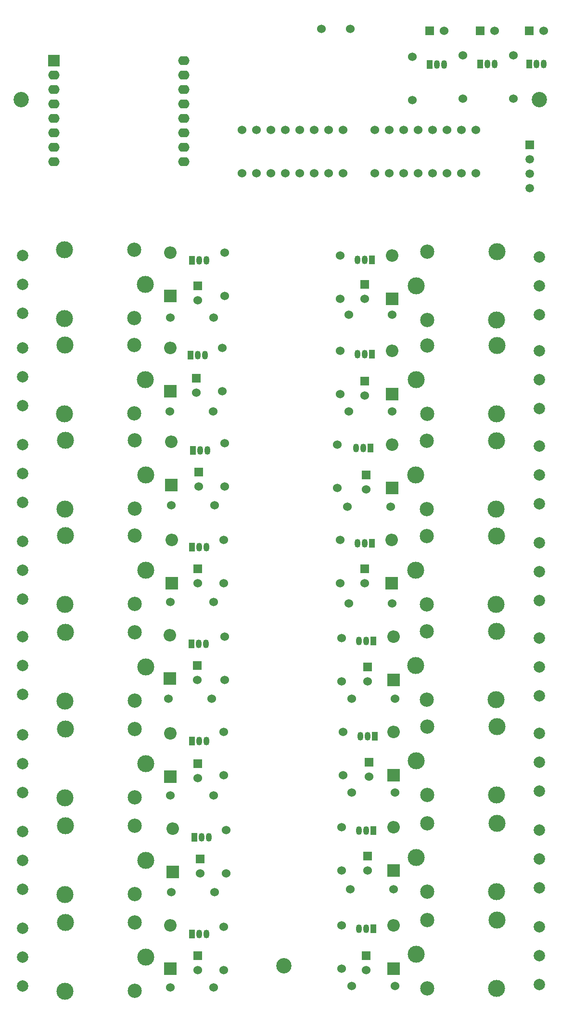
<source format=gbs>
G04 #@! TF.GenerationSoftware,KiCad,Pcbnew,6.0.7-1.fc35*
G04 #@! TF.CreationDate,2022-08-15T15:05:26+05:30*
G04 #@! TF.ProjectId,16_channel_relay,31365f63-6861-46e6-9e65-6c5f72656c61,rev?*
G04 #@! TF.SameCoordinates,Original*
G04 #@! TF.FileFunction,Soldermask,Bot*
G04 #@! TF.FilePolarity,Negative*
%FSLAX46Y46*%
G04 Gerber Fmt 4.6, Leading zero omitted, Abs format (unit mm)*
G04 Created by KiCad (PCBNEW 6.0.7-1.fc35) date 2022-08-15 15:05:26*
%MOMM*%
%LPD*%
G01*
G04 APERTURE LIST*
%ADD10C,1.524000*%
%ADD11R,1.050000X1.500000*%
%ADD12O,1.050000X1.500000*%
%ADD13R,1.524000X1.524000*%
%ADD14C,3.000000*%
%ADD15C,2.500000*%
%ADD16R,2.200000X2.200000*%
%ADD17O,2.200000X2.200000*%
%ADD18C,2.000000*%
%ADD19R,2.000000X2.000000*%
%ADD20O,2.000000X1.600000*%
%ADD21C,2.700000*%
%ADD22R,1.500000X1.500000*%
%ADD23C,1.500000*%
G04 APERTURE END LIST*
D10*
X70866000Y-18542000D03*
X75946000Y-18542000D03*
D11*
X48124000Y-143870000D03*
D12*
X49394000Y-143870000D03*
X50664000Y-143870000D03*
D11*
X79502000Y-92350000D03*
D12*
X78232000Y-92350000D03*
X76962000Y-92350000D03*
D13*
X78740000Y-97028000D03*
D10*
X78740000Y-99568000D03*
D14*
X39996000Y-164846000D03*
D15*
X38046000Y-158796000D03*
D14*
X25846000Y-158796000D03*
X25796000Y-170846000D03*
D15*
X38046000Y-170796000D03*
D11*
X48142000Y-177800000D03*
D12*
X49412000Y-177800000D03*
X50682000Y-177800000D03*
D13*
X49122000Y-113538000D03*
D10*
X49122000Y-116078000D03*
D16*
X83241200Y-116088800D03*
D17*
X83241200Y-108468800D03*
D14*
X39996000Y-113792000D03*
D15*
X38046000Y-107742000D03*
D14*
X25846000Y-107742000D03*
X25796000Y-119792000D03*
D15*
X38046000Y-119742000D03*
D10*
X73660000Y-99314000D03*
X73660000Y-91694000D03*
D16*
X44178000Y-132852800D03*
D17*
X44178000Y-125232800D03*
D13*
X49148000Y-63754000D03*
D10*
X49148000Y-66294000D03*
D18*
X18288000Y-91694000D03*
X18288000Y-96774000D03*
X18288000Y-101854000D03*
D10*
X83058000Y-102616000D03*
X75438000Y-102616000D03*
X86868000Y-23474000D03*
X86868000Y-31094000D03*
X83312000Y-119634000D03*
X75692000Y-119634000D03*
X56896000Y-36322000D03*
X59436000Y-36322000D03*
X61976000Y-36322000D03*
X64516000Y-36322000D03*
X67056000Y-36322000D03*
X69596000Y-36322000D03*
X72136000Y-36322000D03*
X74676000Y-36322000D03*
X74676000Y-43942000D03*
X72136000Y-43942000D03*
X69596000Y-43942000D03*
X67056000Y-43942000D03*
X64516000Y-43942000D03*
X59436000Y-43942000D03*
X61976000Y-43942000D03*
X56896000Y-43942000D03*
X74735000Y-149860000D03*
X74735000Y-142240000D03*
D18*
X109279000Y-169672000D03*
X109279000Y-164592000D03*
X109279000Y-159512000D03*
D10*
X83371000Y-68834000D03*
X75751000Y-68834000D03*
D14*
X87571000Y-80264000D03*
D15*
X89521000Y-86314000D03*
D14*
X101721000Y-86314000D03*
X101771000Y-74264000D03*
D15*
X89521000Y-74314000D03*
D10*
X74481000Y-166624000D03*
X74481000Y-159004000D03*
X53730000Y-176530000D03*
X53730000Y-184150000D03*
X83820000Y-136398000D03*
X76200000Y-136398000D03*
D18*
X109279000Y-68834000D03*
X109279000Y-63754000D03*
X109279000Y-58674000D03*
X109220000Y-135890000D03*
X109220000Y-130810000D03*
X109220000Y-125730000D03*
D16*
X44332000Y-183906800D03*
D17*
X44332000Y-176286800D03*
D14*
X87512000Y-97028000D03*
D15*
X89462000Y-103078000D03*
D14*
X101662000Y-103078000D03*
X101712000Y-91028000D03*
D15*
X89462000Y-91078000D03*
D13*
X49276000Y-96520000D03*
D10*
X49276000Y-99060000D03*
D11*
X89916000Y-24850000D03*
D12*
X91186000Y-24850000D03*
X92456000Y-24850000D03*
D18*
X18288000Y-159766000D03*
X18288000Y-164846000D03*
X18288000Y-169926000D03*
D16*
X44322000Y-65542800D03*
D17*
X44322000Y-57922800D03*
D13*
X49004000Y-130556000D03*
D10*
X49004000Y-133096000D03*
X51544000Y-136398000D03*
X43924000Y-136398000D03*
X74422000Y-133350000D03*
X74422000Y-125730000D03*
D14*
X87571000Y-181356000D03*
D15*
X89521000Y-187406000D03*
D14*
X101721000Y-187406000D03*
X101771000Y-175356000D03*
D15*
X89521000Y-175406000D03*
D11*
X80010000Y-126238000D03*
D12*
X78740000Y-126238000D03*
X77470000Y-126238000D03*
D13*
X89916000Y-18902000D03*
D10*
X92456000Y-18902000D03*
X53466000Y-74676000D03*
X53466000Y-82296000D03*
D13*
X49140000Y-147828000D03*
D10*
X49140000Y-150368000D03*
D11*
X80069000Y-176932000D03*
D12*
X78799000Y-176932000D03*
X77529000Y-176932000D03*
D18*
X109220000Y-119126000D03*
X109220000Y-114046000D03*
X109220000Y-108966000D03*
D19*
X23853000Y-24130000D03*
D20*
X23853000Y-26670000D03*
X23853000Y-29210000D03*
X23853000Y-31750000D03*
X23853000Y-34290000D03*
X23853000Y-36830000D03*
X23853000Y-39370000D03*
X23853000Y-41910000D03*
X46713000Y-41910000D03*
X46713000Y-39370000D03*
X46713000Y-36830000D03*
X46713000Y-34290000D03*
X46713000Y-31750000D03*
X46713000Y-29210000D03*
X46713000Y-26670000D03*
X46713000Y-24130000D03*
D18*
X18288000Y-74676000D03*
X18288000Y-79756000D03*
X18288000Y-84836000D03*
D13*
X78486000Y-113538000D03*
D10*
X78486000Y-116078000D03*
D21*
X109220000Y-30988000D03*
D10*
X95758000Y-23262000D03*
X95758000Y-30882000D03*
D18*
X18288000Y-142748000D03*
X18288000Y-147828000D03*
X18288000Y-152908000D03*
D16*
X44314000Y-150124800D03*
D17*
X44314000Y-142504800D03*
D10*
X74168000Y-116078000D03*
X74168000Y-108458000D03*
D13*
X78799000Y-181610000D03*
D10*
X78799000Y-184150000D03*
D13*
X78545000Y-63500000D03*
D10*
X78545000Y-66040000D03*
X51916000Y-119380000D03*
X44296000Y-119380000D03*
X53694000Y-108458000D03*
X53694000Y-116078000D03*
X51806000Y-85852000D03*
X44186000Y-85852000D03*
D16*
X83371000Y-66050800D03*
D17*
X83371000Y-58430800D03*
D14*
X39886000Y-80264000D03*
D15*
X37936000Y-74214000D03*
D14*
X25736000Y-74214000D03*
X25686000Y-86264000D03*
D15*
X37936000Y-86214000D03*
D14*
X39996000Y-130810000D03*
D15*
X38046000Y-124760000D03*
D14*
X25846000Y-124760000D03*
X25796000Y-136810000D03*
D15*
X38046000Y-136760000D03*
D11*
X98806000Y-24744000D03*
D12*
X100076000Y-24744000D03*
X101346000Y-24744000D03*
D16*
X44450000Y-98816800D03*
D17*
X44450000Y-91196800D03*
D10*
X53712000Y-142240000D03*
X53712000Y-149860000D03*
D14*
X39996000Y-97028000D03*
D15*
X38046000Y-90978000D03*
D14*
X25846000Y-90978000D03*
X25796000Y-103028000D03*
D15*
X38046000Y-102978000D03*
D13*
X49158000Y-181610000D03*
D10*
X49158000Y-184150000D03*
D18*
X109220000Y-102108000D03*
X109220000Y-97028000D03*
X109220000Y-91948000D03*
D16*
X83300200Y-82814800D03*
D17*
X83300200Y-75194800D03*
D11*
X80323000Y-143002000D03*
D12*
X79053000Y-143002000D03*
X77783000Y-143002000D03*
D18*
X109279000Y-85344000D03*
X109279000Y-80264000D03*
X109279000Y-75184000D03*
D14*
X87571000Y-147320000D03*
D15*
X89521000Y-153370000D03*
D14*
X101721000Y-153370000D03*
X101771000Y-141320000D03*
D15*
X89521000Y-141370000D03*
D10*
X83879000Y-186944000D03*
X76259000Y-186944000D03*
D11*
X107442000Y-24744000D03*
D12*
X108712000Y-24744000D03*
X109982000Y-24744000D03*
D21*
X64262000Y-183388000D03*
D14*
X87512000Y-113792000D03*
D15*
X89462000Y-119842000D03*
D14*
X101662000Y-119842000D03*
X101712000Y-107792000D03*
D15*
X89462000Y-107842000D03*
D13*
X98806000Y-18902000D03*
D10*
X101346000Y-18902000D03*
X53848000Y-91440000D03*
X53848000Y-99060000D03*
D11*
X48106000Y-109728000D03*
D12*
X49376000Y-109728000D03*
X50646000Y-109728000D03*
D18*
X18270000Y-125476000D03*
X18270000Y-130556000D03*
X18270000Y-135636000D03*
D10*
X53830000Y-125476000D03*
X53830000Y-133096000D03*
D13*
X78545000Y-80518000D03*
D10*
X78545000Y-83058000D03*
X104648000Y-23220000D03*
X104648000Y-30840000D03*
X83879000Y-152908000D03*
X76259000Y-152908000D03*
D11*
X48260000Y-92710000D03*
D12*
X49530000Y-92710000D03*
X50800000Y-92710000D03*
D10*
X51942000Y-69342000D03*
X44322000Y-69342000D03*
X51916000Y-153416000D03*
X44296000Y-153416000D03*
D16*
X83625000Y-166634800D03*
D17*
X83625000Y-159014800D03*
D11*
X79815000Y-75840000D03*
D12*
X78545000Y-75840000D03*
X77275000Y-75840000D03*
D10*
X74481000Y-183896000D03*
X74481000Y-176276000D03*
D13*
X48894000Y-80010000D03*
D10*
X48894000Y-82550000D03*
D18*
X18288000Y-176784000D03*
X18288000Y-181864000D03*
X18288000Y-186944000D03*
D14*
X39996000Y-181864000D03*
D15*
X38046000Y-175814000D03*
D14*
X25846000Y-175814000D03*
X25796000Y-187864000D03*
D15*
X38046000Y-187814000D03*
D11*
X48132000Y-59288000D03*
D12*
X49402000Y-59288000D03*
X50672000Y-59288000D03*
D14*
X39868000Y-63500000D03*
D15*
X37918000Y-57450000D03*
D14*
X25718000Y-57450000D03*
X25668000Y-69500000D03*
D15*
X37918000Y-69450000D03*
D10*
X53847000Y-57912000D03*
X53847000Y-65532000D03*
D16*
X83625000Y-183906800D03*
D17*
X83625000Y-176286800D03*
D13*
X79307000Y-147574000D03*
D10*
X79307000Y-150114000D03*
D18*
X109279000Y-152654000D03*
X109279000Y-147574000D03*
X109279000Y-142494000D03*
X109279000Y-186690000D03*
X109279000Y-181610000D03*
X109279000Y-176530000D03*
D10*
X83371000Y-85852000D03*
X75751000Y-85852000D03*
X74227000Y-66040000D03*
X74227000Y-58420000D03*
D16*
X83625000Y-149870800D03*
D17*
X83625000Y-142250800D03*
D10*
X80264000Y-36322000D03*
X82804000Y-36322000D03*
X85344000Y-36322000D03*
X87884000Y-36322000D03*
X90424000Y-36322000D03*
X92964000Y-36322000D03*
X95504000Y-36322000D03*
X98044000Y-36322000D03*
X98044000Y-43942000D03*
X95504000Y-43942000D03*
X92964000Y-43942000D03*
X90424000Y-43942000D03*
X87884000Y-43942000D03*
X82804000Y-43942000D03*
X85344000Y-43942000D03*
X80264000Y-43942000D03*
X83625000Y-169926000D03*
X76005000Y-169926000D03*
D14*
X87571000Y-63754000D03*
D15*
X89521000Y-69804000D03*
D14*
X101721000Y-69804000D03*
X101771000Y-57754000D03*
D15*
X89521000Y-57804000D03*
D11*
X47878000Y-75946000D03*
D12*
X49148000Y-75946000D03*
X50418000Y-75946000D03*
D18*
X18288000Y-58420000D03*
X18288000Y-63500000D03*
X18288000Y-68580000D03*
D10*
X51916000Y-187198000D03*
X44296000Y-187198000D03*
D11*
X80069000Y-159660000D03*
D12*
X78799000Y-159660000D03*
X77529000Y-159660000D03*
D10*
X74227000Y-82804000D03*
X74227000Y-75184000D03*
D18*
X18288000Y-108712000D03*
X18288000Y-113792000D03*
X18288000Y-118872000D03*
D21*
X18034000Y-30988000D03*
D10*
X52052000Y-170434000D03*
X44432000Y-170434000D03*
D14*
X87571000Y-164338000D03*
D15*
X89521000Y-170388000D03*
D14*
X101721000Y-170388000D03*
X101771000Y-158338000D03*
D15*
X89521000Y-158388000D03*
D16*
X44686000Y-166888800D03*
D17*
X44686000Y-159268800D03*
D11*
X79815000Y-59182000D03*
D12*
X78545000Y-59182000D03*
X77275000Y-59182000D03*
D13*
X78994000Y-130810000D03*
D10*
X78994000Y-133350000D03*
X52070000Y-102362000D03*
X44450000Y-102362000D03*
D14*
X39996000Y-147828000D03*
D15*
X38046000Y-141778000D03*
D14*
X25846000Y-141778000D03*
X25796000Y-153828000D03*
D15*
X38046000Y-153778000D03*
D13*
X107442000Y-18902000D03*
D10*
X109982000Y-18902000D03*
D11*
X79756000Y-109114000D03*
D12*
X78486000Y-109114000D03*
X77216000Y-109114000D03*
D13*
X79053000Y-164084000D03*
D10*
X79053000Y-166624000D03*
D16*
X83312000Y-99324800D03*
D17*
X83312000Y-91704800D03*
D16*
X44550000Y-116088800D03*
D17*
X44550000Y-108468800D03*
D16*
X83566000Y-133106800D03*
D17*
X83566000Y-125486800D03*
D11*
X48496000Y-160782000D03*
D12*
X49766000Y-160782000D03*
X51036000Y-160782000D03*
D22*
X107539500Y-38959500D03*
D23*
X107539500Y-41499500D03*
X107539500Y-44039500D03*
X107539500Y-46579500D03*
D11*
X47988000Y-126746000D03*
D12*
X49258000Y-126746000D03*
X50528000Y-126746000D03*
D16*
X44322000Y-82306800D03*
D17*
X44322000Y-74686800D03*
D13*
X49512000Y-164592000D03*
D10*
X49512000Y-167132000D03*
D14*
X87512000Y-130556000D03*
D15*
X89462000Y-136606000D03*
D14*
X101662000Y-136606000D03*
X101712000Y-124556000D03*
D15*
X89462000Y-124606000D03*
D10*
X54084000Y-159512000D03*
X54084000Y-167132000D03*
M02*

</source>
